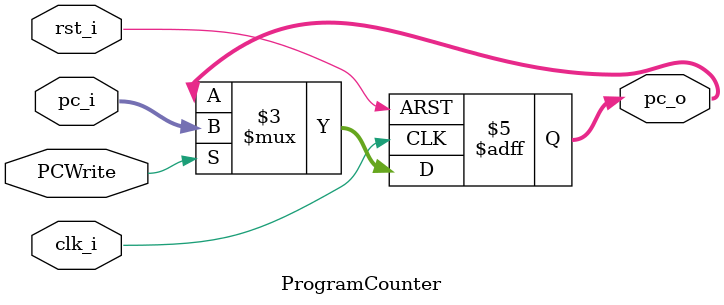
<source format=v>
`timescale 1ns/1ps

module ProgramCounter(
    input               clk_i,
    input               rst_i,
    input               PCWrite,
    input      [32-1:0] pc_i,
    output reg [32-1:0] pc_o
);

//Main function
always @(posedge clk_i or negedge rst_i) begin
    $display ("++++++++++++ rst_i = %d +++++++++++++++",rst_i);
    if(~rst_i)
        pc_o <= 0;
    else if(PCWrite)
        pc_o <= pc_i;
end

endmodule






</source>
